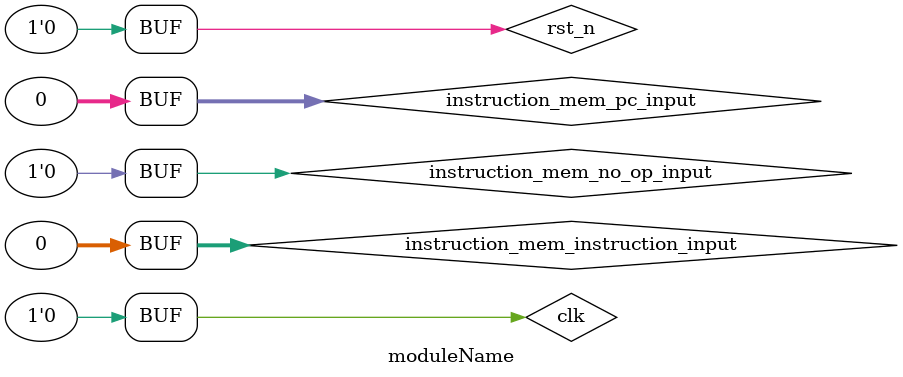
<source format=v>
module moduleName ();
    wire clk = 0, rst_n = 0, uart_in_progress, hsync, vsync, uart_tx, instruction_mem_no_op_input = 0;
    wire [3:0] col_out;
    wire [7:0] seg_tube, seg_enable;
    wire [11:0] vga_signal;
    wire [31:0] instruction_mem_pc_input = 0, instruction_mem_instruction_input = 0;

    top_modified uut(
        clk, rst_n,
        0,
        0,                                         // for uart_unit
        4'b1111,
        col_out,
        seg_tube,   
        seg_enable,
        vga_signal,
        uart_in_progress,
        hsync, vsync,
        uart_tx,

        instruction_mem_no_op_input,
        instruction_mem_pc_input,
        instruction_mem_instruction_input
    );

    always begin
        #5 clk = ~clk;
    end

    initial begin
        #5 rst_n = 1;
        #5 rst_n = 0;
        #10 
            instruction_mem_pc_input = 0;
            instruction_mem_instruction_input = 32'h8C020000;
        #10
            instruction_mem_pc_input = instruction_mem_pc_input + 4;
            instruction_mem_instruction_input = 32'h20080004;
        #10
            instruction_mem_pc_input = instruction_mem_pc_input + 4;
            instruction_mem_instruction_input = 32'had020000;
        #10
            instruction_mem_pc_input = instruction_mem_pc_input + 4;
            instruction_mem_instruction_input = 32'h08000000;
        
    end

endmodule
</source>
